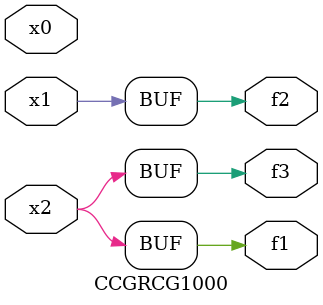
<source format=v>
module CCGRCG1000(
	input x0, x1, x2,
	output f1, f2, f3
);
	assign f1 = x2;
	assign f2 = x1;
	assign f3 = x2;
endmodule

</source>
